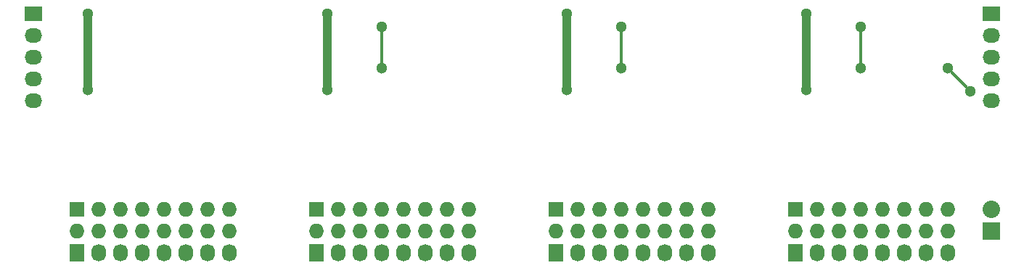
<source format=gbr>
G04 #@! TF.FileFunction,Copper,L2,Bot,Signal*
%FSLAX46Y46*%
G04 Gerber Fmt 4.6, Leading zero omitted, Abs format (unit mm)*
G04 Created by KiCad (PCBNEW 4.0.0-rc2-stable) date Tue 17 Nov 2015 13:54:05 BRT*
%MOMM*%
G01*
G04 APERTURE LIST*
%ADD10C,0.100000*%
%ADD11R,1.727200X1.727200*%
%ADD12O,1.727200X1.727200*%
%ADD13R,1.727200X2.032000*%
%ADD14O,1.727200X2.032000*%
%ADD15R,2.032000X1.727200*%
%ADD16O,2.032000X1.727200*%
%ADD17R,2.032000X2.032000*%
%ADD18O,2.032000X2.032000*%
%ADD19C,1.300000*%
%ADD20C,1.000000*%
%ADD21C,0.350000*%
G04 APERTURE END LIST*
D10*
D11*
X157480000Y-53340000D03*
D12*
X157480000Y-55880000D03*
X160020000Y-53340000D03*
X160020000Y-55880000D03*
X162560000Y-53340000D03*
X162560000Y-55880000D03*
X165100000Y-53340000D03*
X165100000Y-55880000D03*
X167640000Y-53340000D03*
X167640000Y-55880000D03*
X170180000Y-53340000D03*
X170180000Y-55880000D03*
X172720000Y-53340000D03*
X172720000Y-55880000D03*
X175260000Y-53340000D03*
X175260000Y-55880000D03*
D13*
X157480000Y-58420000D03*
D14*
X160020000Y-58420000D03*
X162560000Y-58420000D03*
X165100000Y-58420000D03*
X167640000Y-58420000D03*
X170180000Y-58420000D03*
X172720000Y-58420000D03*
X175260000Y-58420000D03*
D11*
X185420000Y-53340000D03*
D12*
X185420000Y-55880000D03*
X187960000Y-53340000D03*
X187960000Y-55880000D03*
X190500000Y-53340000D03*
X190500000Y-55880000D03*
X193040000Y-53340000D03*
X193040000Y-55880000D03*
X195580000Y-53340000D03*
X195580000Y-55880000D03*
X198120000Y-53340000D03*
X198120000Y-55880000D03*
X200660000Y-53340000D03*
X200660000Y-55880000D03*
X203200000Y-53340000D03*
X203200000Y-55880000D03*
D13*
X185420000Y-58420000D03*
D14*
X187960000Y-58420000D03*
X190500000Y-58420000D03*
X193040000Y-58420000D03*
X195580000Y-58420000D03*
X198120000Y-58420000D03*
X200660000Y-58420000D03*
X203200000Y-58420000D03*
D15*
X152400000Y-30480000D03*
D16*
X152400000Y-33020000D03*
X152400000Y-35560000D03*
X152400000Y-38100000D03*
X152400000Y-40640000D03*
D11*
X213360000Y-53340000D03*
D12*
X213360000Y-55880000D03*
X215900000Y-53340000D03*
X215900000Y-55880000D03*
X218440000Y-53340000D03*
X218440000Y-55880000D03*
X220980000Y-53340000D03*
X220980000Y-55880000D03*
X223520000Y-53340000D03*
X223520000Y-55880000D03*
X226060000Y-53340000D03*
X226060000Y-55880000D03*
X228600000Y-53340000D03*
X228600000Y-55880000D03*
X231140000Y-53340000D03*
X231140000Y-55880000D03*
D15*
X264160000Y-30480000D03*
D16*
X264160000Y-33020000D03*
X264160000Y-35560000D03*
X264160000Y-38100000D03*
X264160000Y-40640000D03*
D13*
X213360000Y-58420000D03*
D14*
X215900000Y-58420000D03*
X218440000Y-58420000D03*
X220980000Y-58420000D03*
X223520000Y-58420000D03*
X226060000Y-58420000D03*
X228600000Y-58420000D03*
X231140000Y-58420000D03*
D11*
X241300000Y-53340000D03*
D12*
X241300000Y-55880000D03*
X243840000Y-53340000D03*
X243840000Y-55880000D03*
X246380000Y-53340000D03*
X246380000Y-55880000D03*
X248920000Y-53340000D03*
X248920000Y-55880000D03*
X251460000Y-53340000D03*
X251460000Y-55880000D03*
X254000000Y-53340000D03*
X254000000Y-55880000D03*
X256540000Y-53340000D03*
X256540000Y-55880000D03*
X259080000Y-53340000D03*
X259080000Y-55880000D03*
D13*
X241300000Y-58420000D03*
D14*
X243840000Y-58420000D03*
X246380000Y-58420000D03*
X248920000Y-58420000D03*
X251460000Y-58420000D03*
X254000000Y-58420000D03*
X256540000Y-58420000D03*
X259080000Y-58420000D03*
D17*
X264160000Y-55880000D03*
D18*
X264160000Y-53340000D03*
D19*
X242570000Y-30480000D03*
X242570000Y-39370000D03*
X214630000Y-30480000D03*
X214630000Y-39370000D03*
X186690000Y-30480000D03*
X186690000Y-39370000D03*
X158750000Y-30480000D03*
X158750000Y-39370000D03*
X259080000Y-36830000D03*
X261739658Y-39489658D03*
X193040000Y-31980010D03*
X193040000Y-36830000D03*
X220980000Y-31980010D03*
X220980000Y-36830000D03*
X248920000Y-31980010D03*
X248920000Y-36830000D03*
D20*
X242570000Y-39370000D02*
X242570000Y-30480000D01*
X214630000Y-39370000D02*
X214630000Y-30480000D01*
X186690000Y-39370000D02*
X186690000Y-30480000D01*
X158750000Y-39370000D02*
X158750000Y-30480000D01*
D21*
X261739658Y-39489658D02*
X259080000Y-36830000D01*
X193040000Y-36830000D02*
X193040000Y-31980010D01*
X220980000Y-36830000D02*
X220980000Y-31980010D01*
X248920000Y-36830000D02*
X248920000Y-31980010D01*
M02*

</source>
